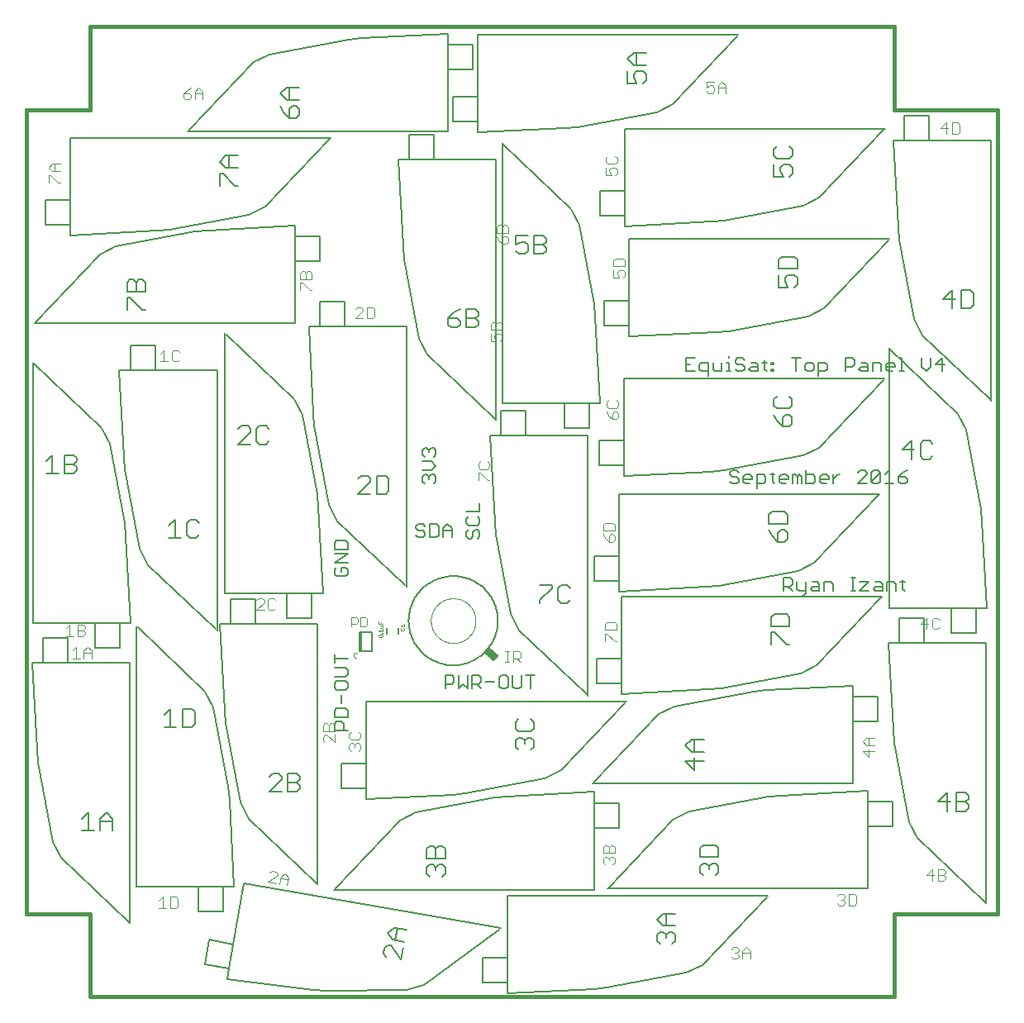
<source format=gto>
G75*
%MOIN*%
%OFA0B0*%
%FSLAX25Y25*%
%IPPOS*%
%LPD*%
%AMOC8*
5,1,8,0,0,1.08239X$1,22.5*
%
%ADD10C,0.01600*%
%ADD11C,0.00500*%
%ADD12C,0.00600*%
%ADD13C,0.00400*%
%ADD14C,0.00000*%
%ADD15C,0.00300*%
%ADD16C,0.00197*%
%ADD17C,0.00100*%
D10*
X0088414Y0066761D02*
X0412824Y0066761D01*
X0412824Y0100225D01*
X0454556Y0100225D01*
X0454556Y0424635D01*
X0412824Y0424635D01*
X0412824Y0458099D01*
X0088414Y0458099D01*
X0088414Y0424635D01*
X0062824Y0424635D01*
X0062824Y0100225D01*
X0088414Y0100225D01*
X0088414Y0066761D01*
D11*
X0104674Y0096367D02*
X0104674Y0201367D01*
X0079674Y0201367D01*
X0079674Y0211367D01*
X0069674Y0211367D01*
X0069674Y0201367D01*
X0079674Y0201367D01*
X0069674Y0201367D02*
X0065304Y0201367D01*
X0067174Y0166367D01*
X0067574Y0161267D01*
X0073574Y0129267D01*
X0076874Y0122767D01*
X0104174Y0096867D01*
X0107194Y0111288D02*
X0107194Y0216288D01*
X0107694Y0215788D02*
X0134994Y0189888D01*
X0138294Y0183388D01*
X0144294Y0151388D01*
X0144694Y0146288D01*
X0146564Y0111288D01*
X0142194Y0111288D01*
X0142194Y0101288D01*
X0132194Y0101288D01*
X0132194Y0111288D01*
X0107194Y0111288D01*
X0132194Y0111288D02*
X0142194Y0111288D01*
X0150658Y0112548D02*
X0254063Y0094315D01*
X0253484Y0093909D02*
X0223237Y0071522D01*
X0216262Y0069400D01*
X0183707Y0069048D01*
X0178615Y0069540D01*
X0143822Y0073776D01*
X0144581Y0078080D01*
X0134732Y0079816D01*
X0136469Y0089664D01*
X0146317Y0087928D01*
X0150658Y0112548D01*
X0146317Y0087928D02*
X0144581Y0078080D01*
X0179765Y0112615D02*
X0152465Y0138515D01*
X0149165Y0145015D01*
X0143165Y0177015D01*
X0142765Y0182115D01*
X0140894Y0217115D01*
X0145265Y0217115D01*
X0145265Y0227115D01*
X0155265Y0227115D01*
X0155265Y0217115D01*
X0180265Y0217115D01*
X0180265Y0112115D01*
X0186997Y0109950D02*
X0291997Y0109950D01*
X0291997Y0134950D01*
X0301997Y0134950D01*
X0301997Y0144950D01*
X0291997Y0144950D01*
X0291997Y0134950D01*
X0291997Y0144950D02*
X0291997Y0149320D01*
X0256997Y0147450D01*
X0251897Y0147050D01*
X0219897Y0141050D01*
X0213397Y0137750D01*
X0187497Y0110450D01*
X0199792Y0146406D02*
X0234792Y0148276D01*
X0239892Y0148676D01*
X0271892Y0154676D01*
X0278392Y0157976D01*
X0304292Y0185276D01*
X0304792Y0185776D02*
X0199792Y0185776D01*
X0199792Y0160776D01*
X0189792Y0160776D01*
X0189792Y0150776D01*
X0199792Y0150776D01*
X0199792Y0160776D01*
X0199792Y0150776D02*
X0199792Y0146406D01*
X0192495Y0174148D02*
X0187085Y0174148D01*
X0187085Y0176853D01*
X0187986Y0177755D01*
X0189790Y0177755D01*
X0190692Y0176853D01*
X0190692Y0174148D01*
X0192495Y0179586D02*
X0187085Y0179586D01*
X0187085Y0182291D01*
X0187986Y0183193D01*
X0191593Y0183193D01*
X0192495Y0182291D01*
X0192495Y0179586D01*
X0189790Y0185024D02*
X0189790Y0188630D01*
X0191593Y0190461D02*
X0187986Y0190461D01*
X0187085Y0191363D01*
X0187085Y0193166D01*
X0187986Y0194068D01*
X0191593Y0194068D01*
X0192495Y0193166D01*
X0192495Y0191363D01*
X0191593Y0190461D01*
X0191593Y0195899D02*
X0187085Y0195899D01*
X0187085Y0199506D02*
X0191593Y0199506D01*
X0192495Y0198604D01*
X0192495Y0196801D01*
X0191593Y0195899D01*
X0187085Y0201337D02*
X0187085Y0204943D01*
X0187085Y0203140D02*
X0192495Y0203140D01*
X0197076Y0206052D02*
X0197076Y0213926D01*
X0197863Y0213926D01*
X0197863Y0206052D01*
X0197076Y0206052D01*
X0197863Y0206052D02*
X0202194Y0206052D01*
X0202194Y0213926D01*
X0197863Y0213926D01*
X0178020Y0219320D02*
X0178020Y0229320D01*
X0168020Y0229320D01*
X0168020Y0219320D01*
X0178020Y0219320D01*
X0178020Y0229320D02*
X0182391Y0229320D01*
X0180520Y0264320D01*
X0180120Y0269420D01*
X0174120Y0301420D01*
X0170820Y0307920D01*
X0143520Y0333820D01*
X0143020Y0334320D02*
X0143020Y0229320D01*
X0168020Y0229320D01*
X0155265Y0217115D02*
X0145265Y0217115D01*
X0139713Y0214477D02*
X0139713Y0319477D01*
X0114713Y0319477D01*
X0114713Y0329477D01*
X0104713Y0329477D01*
X0104713Y0319477D01*
X0114713Y0319477D01*
X0104713Y0319477D02*
X0100343Y0319477D01*
X0102213Y0284477D01*
X0102613Y0279377D01*
X0108613Y0247377D01*
X0111913Y0240877D01*
X0139213Y0214977D01*
X0104831Y0217587D02*
X0102961Y0252587D01*
X0102561Y0257687D01*
X0096561Y0289687D01*
X0093261Y0296187D01*
X0065961Y0322087D01*
X0065461Y0322587D02*
X0065461Y0217587D01*
X0090461Y0217587D01*
X0090461Y0207587D01*
X0100461Y0207587D01*
X0100461Y0217587D01*
X0090461Y0217587D01*
X0100461Y0217587D02*
X0104831Y0217587D01*
X0188291Y0258594D02*
X0184991Y0265094D01*
X0178991Y0297094D01*
X0178591Y0302194D01*
X0176721Y0337194D01*
X0181091Y0337194D01*
X0181091Y0347194D01*
X0191091Y0347194D01*
X0191091Y0337194D01*
X0216091Y0337194D01*
X0216091Y0232194D01*
X0215591Y0232694D02*
X0188291Y0258594D01*
X0187986Y0250784D02*
X0187085Y0249882D01*
X0187085Y0247177D01*
X0192495Y0247177D01*
X0192495Y0249882D01*
X0191593Y0250784D01*
X0187986Y0250784D01*
X0187085Y0245346D02*
X0192495Y0245346D01*
X0187085Y0241740D01*
X0192495Y0241740D01*
X0191593Y0239909D02*
X0189790Y0239909D01*
X0189790Y0238105D01*
X0191593Y0236302D02*
X0187986Y0236302D01*
X0187085Y0237204D01*
X0187085Y0239007D01*
X0187986Y0239909D01*
X0191593Y0239909D02*
X0192495Y0239007D01*
X0192495Y0237204D01*
X0191593Y0236302D01*
X0219989Y0252952D02*
X0220891Y0252050D01*
X0222694Y0252050D01*
X0223596Y0252952D01*
X0223596Y0253853D01*
X0222694Y0254755D01*
X0220891Y0254755D01*
X0219989Y0255657D01*
X0219989Y0256558D01*
X0220891Y0257460D01*
X0222694Y0257460D01*
X0223596Y0256558D01*
X0225427Y0257460D02*
X0225427Y0252050D01*
X0228132Y0252050D01*
X0229033Y0252952D01*
X0229033Y0256558D01*
X0228132Y0257460D01*
X0225427Y0257460D01*
X0230864Y0255657D02*
X0230864Y0252050D01*
X0230864Y0254755D02*
X0234471Y0254755D01*
X0234471Y0255657D02*
X0234471Y0252050D01*
X0234471Y0255657D02*
X0232668Y0257460D01*
X0230864Y0255657D01*
X0240234Y0254190D02*
X0240234Y0252387D01*
X0241136Y0251485D01*
X0242038Y0251485D01*
X0242939Y0252387D01*
X0242939Y0254190D01*
X0243841Y0255092D01*
X0244743Y0255092D01*
X0245644Y0254190D01*
X0245644Y0252387D01*
X0244743Y0251485D01*
X0241136Y0255092D02*
X0240234Y0254190D01*
X0241136Y0256923D02*
X0240234Y0257824D01*
X0240234Y0259628D01*
X0241136Y0260529D01*
X0240234Y0262360D02*
X0245644Y0262360D01*
X0245644Y0265967D01*
X0244743Y0260529D02*
X0245644Y0259628D01*
X0245644Y0257824D01*
X0244743Y0256923D01*
X0241136Y0256923D01*
X0251702Y0258139D02*
X0252102Y0253039D01*
X0258102Y0221039D01*
X0261402Y0214539D01*
X0288702Y0188639D01*
X0289202Y0188139D02*
X0289202Y0293139D01*
X0264202Y0293139D01*
X0264202Y0303139D01*
X0254202Y0303139D01*
X0254202Y0293139D01*
X0264202Y0293139D01*
X0254202Y0293139D02*
X0249831Y0293139D01*
X0251702Y0258139D01*
X0227928Y0274605D02*
X0227928Y0276409D01*
X0227026Y0277310D01*
X0226125Y0277310D01*
X0225223Y0276409D01*
X0225223Y0275507D01*
X0225223Y0276409D02*
X0224321Y0277310D01*
X0223420Y0277310D01*
X0222518Y0276409D01*
X0222518Y0274605D01*
X0223420Y0273704D01*
X0227026Y0273704D02*
X0227928Y0274605D01*
X0226125Y0279141D02*
X0222518Y0279141D01*
X0226125Y0279141D02*
X0227928Y0280945D01*
X0226125Y0282748D01*
X0222518Y0282748D01*
X0223420Y0284579D02*
X0222518Y0285481D01*
X0222518Y0287284D01*
X0223420Y0288186D01*
X0224321Y0288186D01*
X0225223Y0287284D01*
X0226125Y0288186D01*
X0227026Y0288186D01*
X0227928Y0287284D01*
X0227928Y0285481D01*
X0227026Y0284579D01*
X0225223Y0286382D02*
X0225223Y0287284D01*
X0251812Y0299859D02*
X0224512Y0325759D01*
X0221212Y0332259D01*
X0215212Y0364259D01*
X0214812Y0369359D01*
X0212942Y0404359D01*
X0217312Y0404359D01*
X0217312Y0414359D01*
X0227312Y0414359D01*
X0227312Y0404359D01*
X0252312Y0404359D01*
X0252312Y0299359D01*
X0254831Y0306013D02*
X0254831Y0411013D01*
X0255331Y0410513D02*
X0282631Y0384613D01*
X0285931Y0378113D01*
X0291931Y0346113D01*
X0292331Y0341013D01*
X0294202Y0306013D01*
X0289831Y0306013D01*
X0289831Y0296013D01*
X0279831Y0296013D01*
X0279831Y0306013D01*
X0254831Y0306013D01*
X0279831Y0306013D02*
X0289831Y0306013D01*
X0293965Y0291091D02*
X0293965Y0281091D01*
X0303965Y0281091D01*
X0303965Y0291091D01*
X0293965Y0291091D01*
X0303965Y0291091D02*
X0303965Y0316091D01*
X0408965Y0316091D01*
X0408465Y0315591D02*
X0382565Y0288291D01*
X0376065Y0284991D01*
X0344065Y0278991D01*
X0338965Y0278591D01*
X0303965Y0276721D01*
X0303965Y0281091D01*
X0301997Y0269635D02*
X0406997Y0269635D01*
X0406497Y0269135D02*
X0380597Y0241835D01*
X0374097Y0238535D01*
X0342097Y0232535D01*
X0336997Y0232135D01*
X0301997Y0230265D01*
X0301997Y0234635D01*
X0291997Y0234635D01*
X0291997Y0244635D01*
X0301997Y0244635D01*
X0301997Y0269635D01*
X0301997Y0244635D02*
X0301997Y0234635D01*
X0302981Y0228178D02*
X0407981Y0228178D01*
X0407481Y0227678D02*
X0381581Y0200378D01*
X0375081Y0197078D01*
X0343081Y0191078D01*
X0337981Y0190678D01*
X0302981Y0188808D01*
X0302981Y0193178D01*
X0292981Y0193178D01*
X0292981Y0203178D01*
X0302981Y0203178D01*
X0302981Y0228178D01*
X0302981Y0203178D02*
X0302981Y0193178D01*
X0317728Y0180663D02*
X0291828Y0153363D01*
X0291328Y0152863D02*
X0396328Y0152863D01*
X0396328Y0177863D01*
X0406328Y0177863D01*
X0406328Y0187863D01*
X0396328Y0187863D01*
X0396328Y0177863D01*
X0396328Y0187863D02*
X0396328Y0192233D01*
X0361328Y0190363D01*
X0356228Y0189963D01*
X0324228Y0183963D01*
X0317728Y0180663D01*
X0330133Y0141443D02*
X0323633Y0138143D01*
X0297733Y0110843D01*
X0297233Y0110343D02*
X0402233Y0110343D01*
X0402233Y0135343D01*
X0412233Y0135343D01*
X0412233Y0145343D01*
X0402233Y0145343D01*
X0402233Y0135343D01*
X0402233Y0145343D02*
X0402233Y0149713D01*
X0367233Y0147843D01*
X0362133Y0147443D01*
X0330133Y0141443D01*
X0361879Y0107430D02*
X0256879Y0107430D01*
X0256879Y0082430D01*
X0246879Y0082430D01*
X0246879Y0072430D01*
X0256879Y0072430D01*
X0256879Y0082430D01*
X0256879Y0072430D02*
X0256879Y0068060D01*
X0291879Y0069930D01*
X0296979Y0070330D01*
X0328979Y0076330D01*
X0335479Y0079630D01*
X0361379Y0106930D01*
X0418850Y0137220D02*
X0422150Y0130720D01*
X0449450Y0104820D01*
X0449950Y0104320D02*
X0449950Y0209320D01*
X0424950Y0209320D01*
X0424950Y0219320D01*
X0414950Y0219320D01*
X0414950Y0209320D01*
X0424950Y0209320D01*
X0414950Y0209320D02*
X0410580Y0209320D01*
X0412450Y0174320D01*
X0412850Y0169220D01*
X0418850Y0137220D01*
X0435737Y0213335D02*
X0445737Y0213335D01*
X0445737Y0223335D01*
X0435737Y0223335D01*
X0435737Y0213335D01*
X0435737Y0223335D02*
X0410737Y0223335D01*
X0410737Y0328335D01*
X0411237Y0327835D02*
X0438537Y0301935D01*
X0441837Y0295435D01*
X0447837Y0263435D01*
X0448237Y0258335D01*
X0450107Y0223335D01*
X0445737Y0223335D01*
X0417122Y0230396D02*
X0416220Y0231298D01*
X0416220Y0234905D01*
X0415319Y0234003D02*
X0417122Y0234003D01*
X0413488Y0233102D02*
X0413488Y0230396D01*
X0413488Y0233102D02*
X0412586Y0234003D01*
X0409881Y0234003D01*
X0409881Y0230396D01*
X0408050Y0230396D02*
X0405345Y0230396D01*
X0404443Y0231298D01*
X0405345Y0232200D01*
X0408050Y0232200D01*
X0408050Y0233102D02*
X0408050Y0230396D01*
X0408050Y0233102D02*
X0407148Y0234003D01*
X0405345Y0234003D01*
X0402612Y0234003D02*
X0399005Y0230396D01*
X0402612Y0230396D01*
X0402612Y0234003D02*
X0399005Y0234003D01*
X0397184Y0235807D02*
X0395380Y0235807D01*
X0396282Y0235807D02*
X0396282Y0230396D01*
X0395380Y0230396D02*
X0397184Y0230396D01*
X0388112Y0230396D02*
X0388112Y0233102D01*
X0387210Y0234003D01*
X0384505Y0234003D01*
X0384505Y0230396D01*
X0382674Y0230396D02*
X0379969Y0230396D01*
X0379067Y0231298D01*
X0379969Y0232200D01*
X0382674Y0232200D01*
X0382674Y0233102D02*
X0382674Y0230396D01*
X0382674Y0233102D02*
X0381772Y0234003D01*
X0379969Y0234003D01*
X0377236Y0234003D02*
X0377236Y0229495D01*
X0376334Y0228593D01*
X0375433Y0228593D01*
X0374531Y0230396D02*
X0377236Y0230396D01*
X0374531Y0230396D02*
X0373629Y0231298D01*
X0373629Y0234003D01*
X0371798Y0233102D02*
X0370897Y0232200D01*
X0368192Y0232200D01*
X0369995Y0232200D02*
X0371798Y0230396D01*
X0371798Y0233102D02*
X0371798Y0234905D01*
X0370897Y0235807D01*
X0368192Y0235807D01*
X0368192Y0230396D01*
X0357414Y0271900D02*
X0357414Y0277310D01*
X0360119Y0277310D01*
X0361020Y0276409D01*
X0361020Y0274605D01*
X0360119Y0273704D01*
X0357414Y0273704D01*
X0355583Y0275507D02*
X0351976Y0275507D01*
X0351976Y0276409D02*
X0352878Y0277310D01*
X0354681Y0277310D01*
X0355583Y0276409D01*
X0355583Y0275507D01*
X0354681Y0273704D02*
X0352878Y0273704D01*
X0351976Y0274605D01*
X0351976Y0276409D01*
X0350145Y0275507D02*
X0350145Y0274605D01*
X0349243Y0273704D01*
X0347440Y0273704D01*
X0346538Y0274605D01*
X0347440Y0276409D02*
X0349243Y0276409D01*
X0350145Y0275507D01*
X0350145Y0278212D02*
X0349243Y0279114D01*
X0347440Y0279114D01*
X0346538Y0278212D01*
X0346538Y0277310D01*
X0347440Y0276409D01*
X0362851Y0277310D02*
X0364655Y0277310D01*
X0363753Y0278212D02*
X0363753Y0274605D01*
X0364655Y0273704D01*
X0366476Y0274605D02*
X0366476Y0276409D01*
X0367378Y0277310D01*
X0369182Y0277310D01*
X0370083Y0276409D01*
X0370083Y0275507D01*
X0366476Y0275507D01*
X0366476Y0274605D02*
X0367378Y0273704D01*
X0369182Y0273704D01*
X0371914Y0273704D02*
X0371914Y0277310D01*
X0372816Y0277310D01*
X0373718Y0276409D01*
X0374619Y0277310D01*
X0375521Y0276409D01*
X0375521Y0273704D01*
X0373718Y0273704D02*
X0373718Y0276409D01*
X0377352Y0277310D02*
X0380057Y0277310D01*
X0380959Y0276409D01*
X0380959Y0274605D01*
X0380057Y0273704D01*
X0377352Y0273704D01*
X0377352Y0279114D01*
X0382790Y0276409D02*
X0382790Y0274605D01*
X0383691Y0273704D01*
X0385495Y0273704D01*
X0386396Y0275507D02*
X0382790Y0275507D01*
X0382790Y0276409D02*
X0383691Y0277310D01*
X0385495Y0277310D01*
X0386396Y0276409D01*
X0386396Y0275507D01*
X0388227Y0275507D02*
X0390031Y0277310D01*
X0390932Y0277310D01*
X0388227Y0277310D02*
X0388227Y0273704D01*
X0398196Y0273704D02*
X0401803Y0277310D01*
X0401803Y0278212D01*
X0400901Y0279114D01*
X0399098Y0279114D01*
X0398196Y0278212D01*
X0398196Y0273704D02*
X0401803Y0273704D01*
X0403634Y0274605D02*
X0407241Y0278212D01*
X0407241Y0274605D01*
X0406339Y0273704D01*
X0404536Y0273704D01*
X0403634Y0274605D01*
X0403634Y0278212D01*
X0404536Y0279114D01*
X0406339Y0279114D01*
X0407241Y0278212D01*
X0409072Y0277310D02*
X0410875Y0279114D01*
X0410875Y0273704D01*
X0409072Y0273704D02*
X0412679Y0273704D01*
X0414510Y0274605D02*
X0415411Y0273704D01*
X0417215Y0273704D01*
X0418116Y0274605D01*
X0418116Y0275507D01*
X0417215Y0276409D01*
X0414510Y0276409D01*
X0414510Y0274605D01*
X0414510Y0276409D02*
X0416313Y0278212D01*
X0418116Y0279114D01*
X0451418Y0307654D02*
X0424118Y0333554D01*
X0420818Y0340054D01*
X0414818Y0372054D01*
X0414418Y0377154D01*
X0412548Y0412154D01*
X0416918Y0412154D01*
X0416918Y0422154D01*
X0426918Y0422154D01*
X0426918Y0412154D01*
X0451918Y0412154D01*
X0451918Y0307154D01*
X0432124Y0318979D02*
X0432124Y0324389D01*
X0429419Y0321684D01*
X0433026Y0321684D01*
X0427588Y0320783D02*
X0427588Y0324389D01*
X0423982Y0324389D02*
X0423982Y0320783D01*
X0425785Y0318979D01*
X0427588Y0320783D01*
X0416722Y0318979D02*
X0414919Y0318979D01*
X0415820Y0318979D02*
X0415820Y0324389D01*
X0414919Y0324389D01*
X0413088Y0321684D02*
X0413088Y0320783D01*
X0409481Y0320783D01*
X0409481Y0321684D02*
X0409481Y0319881D01*
X0410383Y0318979D01*
X0412186Y0318979D01*
X0413088Y0321684D02*
X0412186Y0322586D01*
X0410383Y0322586D01*
X0409481Y0321684D01*
X0407650Y0321684D02*
X0407650Y0318979D01*
X0407650Y0321684D02*
X0406748Y0322586D01*
X0404043Y0322586D01*
X0404043Y0318979D01*
X0402212Y0318979D02*
X0402212Y0321684D01*
X0401311Y0322586D01*
X0399507Y0322586D01*
X0399507Y0320783D02*
X0402212Y0320783D01*
X0402212Y0318979D02*
X0399507Y0318979D01*
X0398606Y0319881D01*
X0399507Y0320783D01*
X0396775Y0321684D02*
X0395873Y0320783D01*
X0393168Y0320783D01*
X0393168Y0318979D02*
X0393168Y0324389D01*
X0395873Y0324389D01*
X0396775Y0323488D01*
X0396775Y0321684D01*
X0385899Y0321684D02*
X0385899Y0319881D01*
X0384998Y0318979D01*
X0382292Y0318979D01*
X0382292Y0317176D02*
X0382292Y0322586D01*
X0384998Y0322586D01*
X0385899Y0321684D01*
X0380461Y0321684D02*
X0380461Y0319881D01*
X0379560Y0318979D01*
X0377756Y0318979D01*
X0376855Y0319881D01*
X0376855Y0321684D01*
X0377756Y0322586D01*
X0379560Y0322586D01*
X0380461Y0321684D01*
X0375024Y0324389D02*
X0371417Y0324389D01*
X0373220Y0324389D02*
X0373220Y0318979D01*
X0364162Y0318979D02*
X0363260Y0318979D01*
X0363260Y0319881D01*
X0364162Y0319881D01*
X0364162Y0318979D01*
X0364162Y0321684D02*
X0363260Y0321684D01*
X0363260Y0322586D01*
X0364162Y0322586D01*
X0364162Y0321684D01*
X0361439Y0322586D02*
X0359635Y0322586D01*
X0360537Y0323488D02*
X0360537Y0319881D01*
X0361439Y0318979D01*
X0357804Y0318979D02*
X0357804Y0321684D01*
X0356903Y0322586D01*
X0355099Y0322586D01*
X0355099Y0320783D02*
X0357804Y0320783D01*
X0357804Y0318979D02*
X0355099Y0318979D01*
X0354198Y0319881D01*
X0355099Y0320783D01*
X0352367Y0320783D02*
X0351465Y0321684D01*
X0349662Y0321684D01*
X0348760Y0322586D01*
X0348760Y0323488D01*
X0349662Y0324389D01*
X0351465Y0324389D01*
X0352367Y0323488D01*
X0352367Y0320783D02*
X0352367Y0319881D01*
X0351465Y0318979D01*
X0349662Y0318979D01*
X0348760Y0319881D01*
X0346938Y0318979D02*
X0345135Y0318979D01*
X0346036Y0318979D02*
X0346036Y0322586D01*
X0345135Y0322586D01*
X0343304Y0322586D02*
X0343304Y0318979D01*
X0340599Y0318979D01*
X0339697Y0319881D01*
X0339697Y0322586D01*
X0337866Y0322586D02*
X0335161Y0322586D01*
X0334259Y0321684D01*
X0334259Y0319881D01*
X0335161Y0318979D01*
X0337866Y0318979D01*
X0337866Y0317176D02*
X0337866Y0322586D01*
X0332428Y0324389D02*
X0328822Y0324389D01*
X0328822Y0318979D01*
X0332428Y0318979D01*
X0330625Y0321684D02*
X0328822Y0321684D01*
X0341013Y0334891D02*
X0346113Y0335291D01*
X0378113Y0341291D01*
X0384613Y0344591D01*
X0410513Y0371891D01*
X0411013Y0372391D02*
X0306013Y0372391D01*
X0306013Y0347391D01*
X0296013Y0347391D01*
X0296013Y0337391D01*
X0306013Y0337391D01*
X0306013Y0347391D01*
X0306013Y0337391D02*
X0306013Y0333020D01*
X0341013Y0334891D01*
X0346036Y0325291D02*
X0346036Y0324389D01*
X0344144Y0379779D02*
X0339044Y0379379D01*
X0304044Y0377509D01*
X0304044Y0381879D01*
X0294044Y0381879D01*
X0294044Y0391879D01*
X0304044Y0391879D01*
X0304044Y0416879D01*
X0409044Y0416879D01*
X0408544Y0416379D02*
X0382644Y0389079D01*
X0376144Y0385779D01*
X0344144Y0379779D01*
X0304044Y0381879D02*
X0304044Y0391879D01*
X0285089Y0417574D02*
X0279989Y0417174D01*
X0244989Y0415304D01*
X0244989Y0419674D01*
X0234989Y0419674D01*
X0234989Y0429674D01*
X0244989Y0429674D01*
X0244989Y0454674D01*
X0349989Y0454674D01*
X0349489Y0454174D02*
X0323589Y0426874D01*
X0317089Y0423574D01*
X0285089Y0417574D01*
X0244989Y0419674D02*
X0244989Y0429674D01*
X0243020Y0440855D02*
X0233020Y0440855D01*
X0233020Y0415855D01*
X0128020Y0415855D01*
X0128520Y0416355D02*
X0154420Y0443655D01*
X0160920Y0446955D01*
X0192920Y0452955D01*
X0198020Y0453355D01*
X0233020Y0455225D01*
X0233020Y0450855D01*
X0243020Y0450855D01*
X0243020Y0440855D01*
X0233020Y0440855D02*
X0233020Y0450855D01*
X0185540Y0413217D02*
X0080540Y0413217D01*
X0080540Y0388217D01*
X0070540Y0388217D01*
X0070540Y0378217D01*
X0080540Y0378217D01*
X0080540Y0388217D01*
X0080540Y0378217D02*
X0080540Y0373847D01*
X0115540Y0375717D01*
X0120640Y0376117D01*
X0152640Y0382117D01*
X0159140Y0385417D01*
X0185040Y0412717D01*
X0217312Y0404359D02*
X0227312Y0404359D01*
X0181091Y0373414D02*
X0181091Y0363414D01*
X0171091Y0363414D01*
X0171091Y0338414D01*
X0066091Y0338414D01*
X0066591Y0338914D02*
X0092491Y0366214D01*
X0098991Y0369514D01*
X0130991Y0375514D01*
X0136091Y0375914D01*
X0171091Y0377784D01*
X0171091Y0373414D01*
X0181091Y0373414D01*
X0171091Y0373414D02*
X0171091Y0363414D01*
X0181091Y0337194D02*
X0191091Y0337194D01*
X0217013Y0218414D02*
X0217018Y0218855D01*
X0217035Y0219296D01*
X0217062Y0219736D01*
X0217100Y0220176D01*
X0217148Y0220614D01*
X0217208Y0221052D01*
X0217278Y0221487D01*
X0217358Y0221921D01*
X0217450Y0222353D01*
X0217552Y0222782D01*
X0217664Y0223208D01*
X0217787Y0223632D01*
X0217920Y0224053D01*
X0218064Y0224470D01*
X0218218Y0224883D01*
X0218381Y0225293D01*
X0218555Y0225699D01*
X0218739Y0226100D01*
X0218932Y0226496D01*
X0219136Y0226888D01*
X0219348Y0227274D01*
X0219570Y0227656D01*
X0219802Y0228031D01*
X0220043Y0228401D01*
X0220292Y0228765D01*
X0220551Y0229122D01*
X0220818Y0229473D01*
X0221093Y0229818D01*
X0221377Y0230155D01*
X0221670Y0230486D01*
X0221970Y0230809D01*
X0222278Y0231125D01*
X0222594Y0231433D01*
X0222917Y0231733D01*
X0223248Y0232026D01*
X0223585Y0232310D01*
X0223930Y0232585D01*
X0224281Y0232852D01*
X0224638Y0233111D01*
X0225002Y0233360D01*
X0225372Y0233601D01*
X0225747Y0233833D01*
X0226129Y0234055D01*
X0226515Y0234267D01*
X0226907Y0234471D01*
X0227303Y0234664D01*
X0227704Y0234848D01*
X0228110Y0235022D01*
X0228520Y0235185D01*
X0228933Y0235339D01*
X0229350Y0235483D01*
X0229771Y0235616D01*
X0230195Y0235739D01*
X0230621Y0235851D01*
X0231050Y0235953D01*
X0231482Y0236045D01*
X0231916Y0236125D01*
X0232351Y0236195D01*
X0232789Y0236255D01*
X0233227Y0236303D01*
X0233667Y0236341D01*
X0234107Y0236368D01*
X0234548Y0236385D01*
X0234989Y0236390D01*
X0235430Y0236385D01*
X0235871Y0236368D01*
X0236311Y0236341D01*
X0236751Y0236303D01*
X0237189Y0236255D01*
X0237627Y0236195D01*
X0238062Y0236125D01*
X0238496Y0236045D01*
X0238928Y0235953D01*
X0239357Y0235851D01*
X0239783Y0235739D01*
X0240207Y0235616D01*
X0240628Y0235483D01*
X0241045Y0235339D01*
X0241458Y0235185D01*
X0241868Y0235022D01*
X0242274Y0234848D01*
X0242675Y0234664D01*
X0243071Y0234471D01*
X0243463Y0234267D01*
X0243849Y0234055D01*
X0244231Y0233833D01*
X0244606Y0233601D01*
X0244976Y0233360D01*
X0245340Y0233111D01*
X0245697Y0232852D01*
X0246048Y0232585D01*
X0246393Y0232310D01*
X0246730Y0232026D01*
X0247061Y0231733D01*
X0247384Y0231433D01*
X0247700Y0231125D01*
X0248008Y0230809D01*
X0248308Y0230486D01*
X0248601Y0230155D01*
X0248885Y0229818D01*
X0249160Y0229473D01*
X0249427Y0229122D01*
X0249686Y0228765D01*
X0249935Y0228401D01*
X0250176Y0228031D01*
X0250408Y0227656D01*
X0250630Y0227274D01*
X0250842Y0226888D01*
X0251046Y0226496D01*
X0251239Y0226100D01*
X0251423Y0225699D01*
X0251597Y0225293D01*
X0251760Y0224883D01*
X0251914Y0224470D01*
X0252058Y0224053D01*
X0252191Y0223632D01*
X0252314Y0223208D01*
X0252426Y0222782D01*
X0252528Y0222353D01*
X0252620Y0221921D01*
X0252700Y0221487D01*
X0252770Y0221052D01*
X0252830Y0220614D01*
X0252878Y0220176D01*
X0252916Y0219736D01*
X0252943Y0219296D01*
X0252960Y0218855D01*
X0252965Y0218414D01*
X0252960Y0217973D01*
X0252943Y0217532D01*
X0252916Y0217092D01*
X0252878Y0216652D01*
X0252830Y0216214D01*
X0252770Y0215776D01*
X0252700Y0215341D01*
X0252620Y0214907D01*
X0252528Y0214475D01*
X0252426Y0214046D01*
X0252314Y0213620D01*
X0252191Y0213196D01*
X0252058Y0212775D01*
X0251914Y0212358D01*
X0251760Y0211945D01*
X0251597Y0211535D01*
X0251423Y0211129D01*
X0251239Y0210728D01*
X0251046Y0210332D01*
X0250842Y0209940D01*
X0250630Y0209554D01*
X0250408Y0209172D01*
X0250176Y0208797D01*
X0249935Y0208427D01*
X0249686Y0208063D01*
X0249427Y0207706D01*
X0249160Y0207355D01*
X0248885Y0207010D01*
X0248601Y0206673D01*
X0248308Y0206342D01*
X0248008Y0206019D01*
X0247700Y0205703D01*
X0247384Y0205395D01*
X0247061Y0205095D01*
X0246730Y0204802D01*
X0246393Y0204518D01*
X0246048Y0204243D01*
X0245697Y0203976D01*
X0245340Y0203717D01*
X0244976Y0203468D01*
X0244606Y0203227D01*
X0244231Y0202995D01*
X0243849Y0202773D01*
X0243463Y0202561D01*
X0243071Y0202357D01*
X0242675Y0202164D01*
X0242274Y0201980D01*
X0241868Y0201806D01*
X0241458Y0201643D01*
X0241045Y0201489D01*
X0240628Y0201345D01*
X0240207Y0201212D01*
X0239783Y0201089D01*
X0239357Y0200977D01*
X0238928Y0200875D01*
X0238496Y0200783D01*
X0238062Y0200703D01*
X0237627Y0200633D01*
X0237189Y0200573D01*
X0236751Y0200525D01*
X0236311Y0200487D01*
X0235871Y0200460D01*
X0235430Y0200443D01*
X0234989Y0200438D01*
X0234548Y0200443D01*
X0234107Y0200460D01*
X0233667Y0200487D01*
X0233227Y0200525D01*
X0232789Y0200573D01*
X0232351Y0200633D01*
X0231916Y0200703D01*
X0231482Y0200783D01*
X0231050Y0200875D01*
X0230621Y0200977D01*
X0230195Y0201089D01*
X0229771Y0201212D01*
X0229350Y0201345D01*
X0228933Y0201489D01*
X0228520Y0201643D01*
X0228110Y0201806D01*
X0227704Y0201980D01*
X0227303Y0202164D01*
X0226907Y0202357D01*
X0226515Y0202561D01*
X0226129Y0202773D01*
X0225747Y0202995D01*
X0225372Y0203227D01*
X0225002Y0203468D01*
X0224638Y0203717D01*
X0224281Y0203976D01*
X0223930Y0204243D01*
X0223585Y0204518D01*
X0223248Y0204802D01*
X0222917Y0205095D01*
X0222594Y0205395D01*
X0222278Y0205703D01*
X0221970Y0206019D01*
X0221670Y0206342D01*
X0221377Y0206673D01*
X0221093Y0207010D01*
X0220818Y0207355D01*
X0220551Y0207706D01*
X0220292Y0208063D01*
X0220043Y0208427D01*
X0219802Y0208797D01*
X0219570Y0209172D01*
X0219348Y0209554D01*
X0219136Y0209940D01*
X0218932Y0210332D01*
X0218739Y0210728D01*
X0218555Y0211129D01*
X0218381Y0211535D01*
X0218218Y0211945D01*
X0218064Y0212358D01*
X0217920Y0212775D01*
X0217787Y0213196D01*
X0217664Y0213620D01*
X0217552Y0214046D01*
X0217450Y0214475D01*
X0217358Y0214907D01*
X0217278Y0215341D01*
X0217208Y0215776D01*
X0217148Y0216214D01*
X0217100Y0216652D01*
X0217062Y0217092D01*
X0217035Y0217532D01*
X0217018Y0217973D01*
X0217013Y0218414D01*
X0231703Y0196437D02*
X0234408Y0196437D01*
X0235309Y0195535D01*
X0235309Y0193731D01*
X0234408Y0192830D01*
X0231703Y0192830D01*
X0231703Y0191026D02*
X0231703Y0196437D01*
X0237140Y0196437D02*
X0237140Y0191026D01*
X0238944Y0192830D01*
X0240747Y0191026D01*
X0240747Y0196437D01*
X0242578Y0196437D02*
X0242578Y0191026D01*
X0242578Y0192830D02*
X0245283Y0192830D01*
X0246185Y0193731D01*
X0246185Y0195535D01*
X0245283Y0196437D01*
X0242578Y0196437D01*
X0244381Y0192830D02*
X0246185Y0191026D01*
X0248016Y0193731D02*
X0251622Y0193731D01*
X0253453Y0191928D02*
X0254355Y0191026D01*
X0256158Y0191026D01*
X0257060Y0191928D01*
X0257060Y0195535D01*
X0256158Y0196437D01*
X0254355Y0196437D01*
X0253453Y0195535D01*
X0253453Y0191928D01*
X0258891Y0191928D02*
X0258891Y0196437D01*
X0262498Y0196437D02*
X0262498Y0191928D01*
X0261596Y0191026D01*
X0259793Y0191026D01*
X0258891Y0191928D01*
X0264329Y0196437D02*
X0267936Y0196437D01*
X0266132Y0196437D02*
X0266132Y0191026D01*
X0416918Y0412154D02*
X0426918Y0412154D01*
D12*
X0371744Y0408516D02*
X0371744Y0406047D01*
X0370510Y0404812D01*
X0365572Y0404812D01*
X0364338Y0406047D01*
X0364338Y0408516D01*
X0365572Y0409750D01*
X0370510Y0409750D02*
X0371744Y0408516D01*
X0370510Y0402384D02*
X0368041Y0402384D01*
X0366807Y0401149D01*
X0366807Y0399915D01*
X0368041Y0397446D01*
X0364338Y0397446D01*
X0364338Y0402384D01*
X0370510Y0402384D02*
X0371744Y0401149D01*
X0371744Y0398681D01*
X0370510Y0397446D01*
X0372478Y0365262D02*
X0367541Y0365262D01*
X0366306Y0364027D01*
X0366306Y0360324D01*
X0373713Y0360324D01*
X0373713Y0364027D01*
X0372478Y0365262D01*
X0372478Y0357896D02*
X0370009Y0357896D01*
X0368775Y0356661D01*
X0368775Y0355427D01*
X0370009Y0352958D01*
X0366306Y0352958D01*
X0366306Y0357896D01*
X0372478Y0357896D02*
X0373713Y0356661D01*
X0373713Y0354192D01*
X0372478Y0352958D01*
X0370431Y0308963D02*
X0371665Y0307728D01*
X0371665Y0305259D01*
X0370431Y0304025D01*
X0365493Y0304025D01*
X0364259Y0305259D01*
X0364259Y0307728D01*
X0365493Y0308963D01*
X0364259Y0301596D02*
X0365493Y0299128D01*
X0367962Y0296659D01*
X0367962Y0300362D01*
X0369197Y0301596D01*
X0370431Y0301596D01*
X0371665Y0300362D01*
X0371665Y0297893D01*
X0370431Y0296659D01*
X0367962Y0296659D01*
X0368462Y0262506D02*
X0363525Y0262506D01*
X0362291Y0261272D01*
X0362291Y0257568D01*
X0369697Y0257568D01*
X0369697Y0261272D01*
X0368462Y0262506D01*
X0368462Y0255140D02*
X0367228Y0255140D01*
X0365994Y0253905D01*
X0365994Y0250202D01*
X0368462Y0250202D01*
X0369697Y0251436D01*
X0369697Y0253905D01*
X0368462Y0255140D01*
X0363525Y0252671D02*
X0365994Y0250202D01*
X0363525Y0252671D02*
X0362291Y0255140D01*
X0364509Y0221049D02*
X0363275Y0219815D01*
X0363275Y0216112D01*
X0370681Y0216112D01*
X0370681Y0219815D01*
X0369447Y0221049D01*
X0364509Y0221049D01*
X0364509Y0213683D02*
X0363275Y0213683D01*
X0363275Y0208745D01*
X0364509Y0213683D02*
X0369447Y0208745D01*
X0370681Y0208745D01*
X0336028Y0170467D02*
X0331090Y0170467D01*
X0328621Y0167998D01*
X0331090Y0165529D01*
X0336028Y0165529D01*
X0336028Y0161866D02*
X0328621Y0161866D01*
X0332324Y0158163D01*
X0332324Y0163101D01*
X0332324Y0165529D02*
X0332324Y0170467D01*
X0335761Y0127947D02*
X0334527Y0126713D01*
X0334527Y0123010D01*
X0341933Y0123010D01*
X0341933Y0126713D01*
X0340699Y0127947D01*
X0335761Y0127947D01*
X0335761Y0120581D02*
X0336996Y0120581D01*
X0338230Y0119346D01*
X0339464Y0120581D01*
X0340699Y0120581D01*
X0341933Y0119346D01*
X0341933Y0116878D01*
X0340699Y0115643D01*
X0338230Y0118112D02*
X0338230Y0119346D01*
X0335761Y0120581D02*
X0334527Y0119346D01*
X0334527Y0116878D01*
X0335761Y0115643D01*
X0324579Y0100301D02*
X0319641Y0100301D01*
X0317172Y0097832D01*
X0319641Y0095364D01*
X0324579Y0095364D01*
X0323344Y0092935D02*
X0324579Y0091700D01*
X0324579Y0089232D01*
X0323344Y0087997D01*
X0320876Y0090466D02*
X0320876Y0091700D01*
X0322110Y0092935D01*
X0323344Y0092935D01*
X0320876Y0091700D02*
X0319641Y0092935D01*
X0318407Y0092935D01*
X0317172Y0091700D01*
X0317172Y0089232D01*
X0318407Y0087997D01*
X0320876Y0095364D02*
X0320876Y0100301D01*
X0266258Y0166344D02*
X0267492Y0167578D01*
X0267492Y0170047D01*
X0266258Y0171281D01*
X0265023Y0171281D01*
X0263789Y0170047D01*
X0263789Y0168813D01*
X0263789Y0170047D02*
X0262555Y0171281D01*
X0261320Y0171281D01*
X0260086Y0170047D01*
X0260086Y0167578D01*
X0261320Y0166344D01*
X0261320Y0173710D02*
X0266258Y0173710D01*
X0267492Y0174944D01*
X0267492Y0177413D01*
X0266258Y0178648D01*
X0261320Y0178648D02*
X0260086Y0177413D01*
X0260086Y0174944D01*
X0261320Y0173710D01*
X0230462Y0127553D02*
X0229228Y0127553D01*
X0227994Y0126319D01*
X0227994Y0122616D01*
X0229228Y0120187D02*
X0230462Y0120187D01*
X0231697Y0118953D01*
X0231697Y0116484D01*
X0230462Y0115250D01*
X0227994Y0117718D02*
X0227994Y0118953D01*
X0229228Y0120187D01*
X0227994Y0118953D02*
X0226759Y0120187D01*
X0225525Y0120187D01*
X0224291Y0118953D01*
X0224291Y0116484D01*
X0225525Y0115250D01*
X0224291Y0122616D02*
X0224291Y0126319D01*
X0225525Y0127553D01*
X0226759Y0127553D01*
X0227994Y0126319D01*
X0230462Y0127553D02*
X0231697Y0126319D01*
X0231697Y0122616D01*
X0224291Y0122616D01*
X0216092Y0093772D02*
X0211229Y0094629D01*
X0208369Y0092626D01*
X0210372Y0089766D01*
X0215234Y0088909D01*
X0214813Y0086517D02*
X0213955Y0081655D01*
X0209950Y0087375D01*
X0208735Y0087589D01*
X0207305Y0086588D01*
X0206876Y0084156D01*
X0207877Y0082726D01*
X0211588Y0089552D02*
X0212445Y0094415D01*
X0171901Y0149415D02*
X0168198Y0149415D01*
X0168198Y0156821D01*
X0171901Y0156821D01*
X0173136Y0155587D01*
X0173136Y0154353D01*
X0171901Y0153118D01*
X0168198Y0153118D01*
X0165770Y0154353D02*
X0165770Y0155587D01*
X0164535Y0156821D01*
X0162066Y0156821D01*
X0160832Y0155587D01*
X0165770Y0154353D02*
X0160832Y0149415D01*
X0165770Y0149415D01*
X0171901Y0149415D02*
X0173136Y0150649D01*
X0173136Y0151884D01*
X0171901Y0153118D01*
X0130703Y0176760D02*
X0130703Y0181697D01*
X0129469Y0182932D01*
X0125766Y0182932D01*
X0125766Y0175525D01*
X0129469Y0175525D01*
X0130703Y0176760D01*
X0123337Y0175525D02*
X0118399Y0175525D01*
X0120868Y0175525D02*
X0120868Y0182932D01*
X0118399Y0180463D01*
X0095076Y0141073D02*
X0097545Y0138604D01*
X0097545Y0133667D01*
X0097545Y0137370D02*
X0092608Y0137370D01*
X0092608Y0138604D02*
X0092608Y0133667D01*
X0090179Y0133667D02*
X0085241Y0133667D01*
X0087710Y0133667D02*
X0087710Y0141073D01*
X0085241Y0138604D01*
X0092608Y0138604D02*
X0095076Y0141073D01*
X0208099Y0213217D02*
X0208099Y0215580D01*
X0212824Y0215580D02*
X0212824Y0213217D01*
X0207728Y0269494D02*
X0204025Y0269494D01*
X0204025Y0276900D01*
X0207728Y0276900D01*
X0208963Y0275666D01*
X0208963Y0270728D01*
X0207728Y0269494D01*
X0201596Y0269494D02*
X0196659Y0269494D01*
X0201596Y0274431D01*
X0201596Y0275666D01*
X0200362Y0276900D01*
X0197893Y0276900D01*
X0196659Y0275666D01*
X0160624Y0290854D02*
X0159390Y0289620D01*
X0156921Y0289620D01*
X0155687Y0290854D01*
X0155687Y0295792D01*
X0156921Y0297026D01*
X0159390Y0297026D01*
X0160624Y0295792D01*
X0153258Y0295792D02*
X0153258Y0294557D01*
X0148320Y0289620D01*
X0153258Y0289620D01*
X0153258Y0295792D02*
X0152024Y0297026D01*
X0149555Y0297026D01*
X0148320Y0295792D01*
X0131350Y0259183D02*
X0128881Y0259183D01*
X0127647Y0257949D01*
X0127647Y0253012D01*
X0128881Y0251777D01*
X0131350Y0251777D01*
X0132585Y0253012D01*
X0132585Y0257949D02*
X0131350Y0259183D01*
X0125218Y0251777D02*
X0120281Y0251777D01*
X0122750Y0251777D02*
X0122750Y0259183D01*
X0120281Y0256715D01*
X0083065Y0279122D02*
X0081831Y0277887D01*
X0078128Y0277887D01*
X0078128Y0285294D01*
X0081831Y0285294D01*
X0083065Y0284059D01*
X0083065Y0282825D01*
X0081831Y0281591D01*
X0078128Y0281591D01*
X0081831Y0281591D02*
X0083065Y0280356D01*
X0083065Y0279122D01*
X0075699Y0277887D02*
X0070761Y0277887D01*
X0073230Y0277887D02*
X0073230Y0285294D01*
X0070761Y0282825D01*
X0103385Y0343714D02*
X0103385Y0348652D01*
X0104619Y0348652D01*
X0109557Y0343714D01*
X0110791Y0343714D01*
X0110791Y0351080D02*
X0103385Y0351080D01*
X0103385Y0354784D01*
X0104619Y0356018D01*
X0105854Y0356018D01*
X0107088Y0354784D01*
X0107088Y0351080D01*
X0110791Y0351080D02*
X0110791Y0354784D01*
X0109557Y0356018D01*
X0108323Y0356018D01*
X0107088Y0354784D01*
X0140834Y0393785D02*
X0140834Y0398722D01*
X0142068Y0398722D01*
X0147006Y0393785D01*
X0148240Y0393785D01*
X0148240Y0401151D02*
X0143303Y0401151D01*
X0140834Y0403620D01*
X0143303Y0406089D01*
X0148240Y0406089D01*
X0144537Y0406089D02*
X0144537Y0401151D01*
X0166549Y0423624D02*
X0169017Y0421155D01*
X0169017Y0424858D01*
X0170252Y0426093D01*
X0171486Y0426093D01*
X0172720Y0424858D01*
X0172720Y0422390D01*
X0171486Y0421155D01*
X0169017Y0421155D01*
X0166549Y0423624D02*
X0165314Y0426093D01*
X0167783Y0428521D02*
X0165314Y0430990D01*
X0167783Y0433459D01*
X0172720Y0433459D01*
X0169017Y0433459D02*
X0169017Y0428521D01*
X0167783Y0428521D02*
X0172720Y0428521D01*
X0260131Y0373719D02*
X0260131Y0370016D01*
X0262600Y0371250D01*
X0263835Y0371250D01*
X0265069Y0370016D01*
X0265069Y0367547D01*
X0263835Y0366313D01*
X0261366Y0366313D01*
X0260131Y0367547D01*
X0260131Y0373719D02*
X0265069Y0373719D01*
X0267498Y0373719D02*
X0271201Y0373719D01*
X0272435Y0372485D01*
X0272435Y0371250D01*
X0271201Y0370016D01*
X0267498Y0370016D01*
X0267498Y0366313D02*
X0267498Y0373719D01*
X0271201Y0370016D02*
X0272435Y0368781D01*
X0272435Y0367547D01*
X0271201Y0366313D01*
X0267498Y0366313D01*
X0245183Y0342831D02*
X0245183Y0341597D01*
X0243949Y0340362D01*
X0240246Y0340362D01*
X0237817Y0339128D02*
X0236582Y0340362D01*
X0232879Y0340362D01*
X0232879Y0337893D01*
X0234114Y0336659D01*
X0236582Y0336659D01*
X0237817Y0337893D01*
X0237817Y0339128D01*
X0240246Y0336659D02*
X0243949Y0336659D01*
X0245183Y0337893D01*
X0245183Y0339128D01*
X0243949Y0340362D01*
X0245183Y0342831D02*
X0243949Y0344065D01*
X0240246Y0344065D01*
X0240246Y0336659D01*
X0237817Y0344065D02*
X0235348Y0342831D01*
X0232879Y0340362D01*
X0305283Y0435241D02*
X0308986Y0435241D01*
X0307751Y0437710D01*
X0307751Y0438945D01*
X0308986Y0440179D01*
X0311455Y0440179D01*
X0312689Y0438945D01*
X0312689Y0436476D01*
X0311455Y0435241D01*
X0305283Y0435241D02*
X0305283Y0440179D01*
X0307751Y0442608D02*
X0305283Y0445076D01*
X0307751Y0447545D01*
X0312689Y0447545D01*
X0308986Y0447545D02*
X0308986Y0442608D01*
X0307751Y0442608D02*
X0312689Y0442608D01*
X0432486Y0348157D02*
X0437423Y0348157D01*
X0436189Y0344454D02*
X0436189Y0351861D01*
X0432486Y0348157D01*
X0439852Y0344454D02*
X0443555Y0344454D01*
X0444789Y0345689D01*
X0444789Y0350626D01*
X0443555Y0351861D01*
X0439852Y0351861D01*
X0439852Y0344454D01*
X0427106Y0291042D02*
X0424638Y0291042D01*
X0423403Y0289807D01*
X0423403Y0284870D01*
X0424638Y0283635D01*
X0427106Y0283635D01*
X0428341Y0284870D01*
X0428341Y0289807D02*
X0427106Y0291042D01*
X0420975Y0287339D02*
X0416037Y0287339D01*
X0419740Y0291042D01*
X0419740Y0283635D01*
X0282073Y0231611D02*
X0280838Y0232845D01*
X0278370Y0232845D01*
X0277135Y0231611D01*
X0277135Y0226673D01*
X0278370Y0225439D01*
X0280838Y0225439D01*
X0282073Y0226673D01*
X0274707Y0231611D02*
X0269769Y0226673D01*
X0269769Y0225439D01*
X0269769Y0232845D02*
X0274707Y0232845D01*
X0274707Y0231611D01*
X0430517Y0145323D02*
X0435455Y0145323D01*
X0437883Y0145323D02*
X0441586Y0145323D01*
X0442821Y0144088D01*
X0442821Y0142854D01*
X0441586Y0141620D01*
X0437883Y0141620D01*
X0437883Y0149026D01*
X0441586Y0149026D01*
X0442821Y0147792D01*
X0442821Y0146557D01*
X0441586Y0145323D01*
X0434220Y0141620D02*
X0434220Y0149026D01*
X0430517Y0145323D01*
D13*
X0404750Y0165803D02*
X0400146Y0165803D01*
X0402448Y0163501D01*
X0402448Y0166570D01*
X0402448Y0168105D02*
X0402448Y0171174D01*
X0401680Y0171174D02*
X0404750Y0171174D01*
X0404750Y0168105D02*
X0401680Y0168105D01*
X0400146Y0169639D01*
X0401680Y0171174D01*
X0425724Y0214992D02*
X0425724Y0219596D01*
X0423422Y0217294D01*
X0426491Y0217294D01*
X0428026Y0215759D02*
X0428793Y0214992D01*
X0430328Y0214992D01*
X0431095Y0215759D01*
X0428026Y0215759D02*
X0428026Y0218829D01*
X0428793Y0219596D01*
X0430328Y0219596D01*
X0431095Y0218829D01*
X0430383Y0118139D02*
X0432685Y0118139D01*
X0433453Y0117372D01*
X0433453Y0116605D01*
X0432685Y0115837D01*
X0430383Y0115837D01*
X0428849Y0115837D02*
X0425780Y0115837D01*
X0428081Y0118139D01*
X0428081Y0113535D01*
X0430383Y0113535D02*
X0432685Y0113535D01*
X0433453Y0114303D01*
X0433453Y0115070D01*
X0432685Y0115837D01*
X0430383Y0113535D02*
X0430383Y0118139D01*
X0397552Y0107411D02*
X0397552Y0104342D01*
X0396785Y0103575D01*
X0394483Y0103575D01*
X0394483Y0108179D01*
X0396785Y0108179D01*
X0397552Y0107411D01*
X0392948Y0107411D02*
X0392948Y0106644D01*
X0392181Y0105877D01*
X0392948Y0105109D01*
X0392948Y0104342D01*
X0392181Y0103575D01*
X0390646Y0103575D01*
X0389879Y0104342D01*
X0391413Y0105877D02*
X0392181Y0105877D01*
X0392948Y0107411D02*
X0392181Y0108179D01*
X0390646Y0108179D01*
X0389879Y0107411D01*
X0354713Y0085109D02*
X0354713Y0082039D01*
X0354713Y0084341D02*
X0351643Y0084341D01*
X0351643Y0085109D02*
X0353178Y0086643D01*
X0354713Y0085109D01*
X0351643Y0085109D02*
X0351643Y0082039D01*
X0350109Y0082807D02*
X0349341Y0082039D01*
X0347807Y0082039D01*
X0347039Y0082807D01*
X0348574Y0084341D02*
X0349341Y0084341D01*
X0350109Y0083574D01*
X0350109Y0082807D01*
X0349341Y0084341D02*
X0350109Y0085109D01*
X0350109Y0085876D01*
X0349341Y0086643D01*
X0347807Y0086643D01*
X0347039Y0085876D01*
X0300025Y0120961D02*
X0300025Y0122496D01*
X0299258Y0123263D01*
X0298491Y0123263D01*
X0297723Y0122496D01*
X0297723Y0121728D01*
X0297723Y0122496D02*
X0296956Y0123263D01*
X0296189Y0123263D01*
X0295421Y0122496D01*
X0295421Y0120961D01*
X0296189Y0120194D01*
X0299258Y0120194D02*
X0300025Y0120961D01*
X0300025Y0124798D02*
X0295421Y0124798D01*
X0295421Y0127100D01*
X0296189Y0127867D01*
X0296956Y0127867D01*
X0297723Y0127100D01*
X0297723Y0124798D01*
X0297723Y0127100D02*
X0298491Y0127867D01*
X0299258Y0127867D01*
X0300025Y0127100D01*
X0300025Y0124798D01*
X0262158Y0201646D02*
X0260624Y0203180D01*
X0261391Y0203180D02*
X0259089Y0203180D01*
X0259089Y0201646D02*
X0259089Y0206250D01*
X0261391Y0206250D01*
X0262158Y0205482D01*
X0262158Y0203948D01*
X0261391Y0203180D01*
X0257554Y0201646D02*
X0256020Y0201646D01*
X0256787Y0201646D02*
X0256787Y0206250D01*
X0256020Y0206250D02*
X0257554Y0206250D01*
X0296209Y0210071D02*
X0296209Y0213140D01*
X0296976Y0213140D01*
X0300045Y0210071D01*
X0300813Y0210071D01*
X0300813Y0214675D02*
X0296209Y0214675D01*
X0296209Y0216977D01*
X0296976Y0217744D01*
X0300045Y0217744D01*
X0300813Y0216977D01*
X0300813Y0214675D01*
X0299258Y0250272D02*
X0300025Y0251040D01*
X0300025Y0252574D01*
X0299258Y0253342D01*
X0298491Y0253342D01*
X0297723Y0252574D01*
X0297723Y0250272D01*
X0299258Y0250272D01*
X0297723Y0250272D02*
X0296189Y0251807D01*
X0295421Y0253342D01*
X0295421Y0254876D02*
X0295421Y0257178D01*
X0296189Y0257946D01*
X0299258Y0257946D01*
X0300025Y0257178D01*
X0300025Y0254876D01*
X0295421Y0254876D01*
X0299180Y0299638D02*
X0299180Y0301940D01*
X0299947Y0302707D01*
X0300715Y0302707D01*
X0301482Y0301940D01*
X0301482Y0300405D01*
X0300715Y0299638D01*
X0299180Y0299638D01*
X0297645Y0301172D01*
X0296878Y0302707D01*
X0297645Y0304242D02*
X0296878Y0305009D01*
X0296878Y0306544D01*
X0297645Y0307311D01*
X0297645Y0304242D02*
X0300715Y0304242D01*
X0301482Y0305009D01*
X0301482Y0306544D01*
X0300715Y0307311D01*
X0254631Y0331980D02*
X0253864Y0331213D01*
X0254631Y0331980D02*
X0254631Y0333515D01*
X0253864Y0334282D01*
X0252330Y0334282D01*
X0251562Y0333515D01*
X0251562Y0332747D01*
X0252330Y0331213D01*
X0250028Y0331213D01*
X0250028Y0334282D01*
X0250028Y0335817D02*
X0250028Y0338118D01*
X0250795Y0338886D01*
X0251562Y0338886D01*
X0252330Y0338118D01*
X0252330Y0335817D01*
X0252330Y0338118D02*
X0253097Y0338886D01*
X0253864Y0338886D01*
X0254631Y0338118D01*
X0254631Y0335817D01*
X0250028Y0335817D01*
X0254810Y0370351D02*
X0254810Y0372653D01*
X0255577Y0373420D01*
X0256345Y0373420D01*
X0257112Y0372653D01*
X0257112Y0371119D01*
X0256345Y0370351D01*
X0254810Y0370351D01*
X0253275Y0371886D01*
X0252508Y0373420D01*
X0252508Y0374955D02*
X0252508Y0377257D01*
X0253275Y0378024D01*
X0254043Y0378024D01*
X0254810Y0377257D01*
X0254810Y0374955D01*
X0257112Y0374955D02*
X0257112Y0377257D01*
X0256345Y0378024D01*
X0255577Y0378024D01*
X0254810Y0377257D01*
X0257112Y0374955D02*
X0252508Y0374955D01*
X0296484Y0398142D02*
X0298786Y0398142D01*
X0298019Y0399676D01*
X0298019Y0400444D01*
X0298786Y0401211D01*
X0300321Y0401211D01*
X0301088Y0400444D01*
X0301088Y0398909D01*
X0300321Y0398142D01*
X0296484Y0398142D02*
X0296484Y0401211D01*
X0297252Y0402746D02*
X0296484Y0403513D01*
X0296484Y0405048D01*
X0297252Y0405815D01*
X0300321Y0405815D02*
X0301088Y0405048D01*
X0301088Y0403513D01*
X0300321Y0402746D01*
X0297252Y0402746D01*
X0337118Y0432019D02*
X0337885Y0431252D01*
X0339420Y0431252D01*
X0340187Y0432019D01*
X0340187Y0433554D01*
X0339420Y0434321D01*
X0338653Y0434321D01*
X0337118Y0433554D01*
X0337118Y0435856D01*
X0340187Y0435856D01*
X0341722Y0434321D02*
X0343257Y0435856D01*
X0344791Y0434321D01*
X0344791Y0431252D01*
X0344791Y0433554D02*
X0341722Y0433554D01*
X0341722Y0434321D02*
X0341722Y0431252D01*
X0303470Y0364476D02*
X0300401Y0364476D01*
X0299634Y0363709D01*
X0299634Y0361407D01*
X0304238Y0361407D01*
X0304238Y0363709D01*
X0303470Y0364476D01*
X0303470Y0359872D02*
X0301936Y0359872D01*
X0301169Y0359105D01*
X0301169Y0358338D01*
X0301936Y0356803D01*
X0299634Y0356803D01*
X0299634Y0359872D01*
X0303470Y0359872D02*
X0304238Y0359105D01*
X0304238Y0357570D01*
X0303470Y0356803D01*
X0248864Y0282705D02*
X0249631Y0281937D01*
X0249631Y0280403D01*
X0248864Y0279635D01*
X0245795Y0279635D01*
X0245028Y0280403D01*
X0245028Y0281937D01*
X0245795Y0282705D01*
X0245795Y0278101D02*
X0248864Y0275031D01*
X0249631Y0275031D01*
X0245028Y0275031D02*
X0245028Y0278101D01*
X0245795Y0278101D01*
X0202449Y0340307D02*
X0200147Y0340307D01*
X0200147Y0344911D01*
X0202449Y0344911D01*
X0203217Y0344144D01*
X0203217Y0341074D01*
X0202449Y0340307D01*
X0198613Y0340307D02*
X0195543Y0340307D01*
X0198613Y0343376D01*
X0198613Y0344144D01*
X0197845Y0344911D01*
X0196311Y0344911D01*
X0195543Y0344144D01*
X0177860Y0351650D02*
X0177093Y0351650D01*
X0174023Y0354720D01*
X0173256Y0354720D01*
X0173256Y0351650D01*
X0173256Y0356254D02*
X0173256Y0358556D01*
X0174023Y0359324D01*
X0174791Y0359324D01*
X0175558Y0358556D01*
X0175558Y0356254D01*
X0177860Y0356254D02*
X0177860Y0358556D01*
X0177093Y0359324D01*
X0176325Y0359324D01*
X0175558Y0358556D01*
X0177860Y0356254D02*
X0173256Y0356254D01*
X0124476Y0326821D02*
X0123709Y0327588D01*
X0122174Y0327588D01*
X0121407Y0326821D01*
X0121407Y0323752D01*
X0122174Y0322984D01*
X0123709Y0322984D01*
X0124476Y0323752D01*
X0119872Y0322984D02*
X0116803Y0322984D01*
X0118338Y0322984D02*
X0118338Y0327588D01*
X0116803Y0326054D01*
X0076403Y0395110D02*
X0075636Y0395110D01*
X0072567Y0398180D01*
X0071799Y0398180D01*
X0071799Y0395110D01*
X0073334Y0399714D02*
X0071799Y0401249D01*
X0073334Y0402783D01*
X0076403Y0402783D01*
X0074101Y0402783D02*
X0074101Y0399714D01*
X0073334Y0399714D02*
X0076403Y0399714D01*
X0126178Y0429539D02*
X0126945Y0428772D01*
X0128480Y0428772D01*
X0129247Y0429539D01*
X0129247Y0430306D01*
X0128480Y0431074D01*
X0126178Y0431074D01*
X0126178Y0429539D01*
X0126178Y0431074D02*
X0127713Y0432608D01*
X0129247Y0433376D01*
X0130782Y0431841D02*
X0132317Y0433376D01*
X0133851Y0431841D01*
X0133851Y0428772D01*
X0133851Y0431074D02*
X0130782Y0431074D01*
X0130782Y0431841D02*
X0130782Y0428772D01*
X0156394Y0227470D02*
X0155627Y0226703D01*
X0156394Y0227470D02*
X0157929Y0227470D01*
X0158696Y0226703D01*
X0158696Y0225935D01*
X0155627Y0222866D01*
X0158696Y0222866D01*
X0160231Y0223633D02*
X0160998Y0222866D01*
X0162533Y0222866D01*
X0163300Y0223633D01*
X0160231Y0223633D02*
X0160231Y0226703D01*
X0160998Y0227470D01*
X0162533Y0227470D01*
X0163300Y0226703D01*
X0183196Y0177001D02*
X0183964Y0177001D01*
X0184731Y0176233D01*
X0184731Y0173931D01*
X0183964Y0172397D02*
X0183196Y0172397D01*
X0182429Y0171630D01*
X0182429Y0170095D01*
X0183196Y0169328D01*
X0183964Y0172397D02*
X0187033Y0169328D01*
X0187033Y0172397D01*
X0187033Y0173931D02*
X0182429Y0173931D01*
X0182429Y0176233D01*
X0183196Y0177001D01*
X0184731Y0176233D02*
X0185498Y0177001D01*
X0186266Y0177001D01*
X0187033Y0176233D01*
X0187033Y0173931D01*
X0192941Y0172843D02*
X0192941Y0171308D01*
X0193708Y0170541D01*
X0196778Y0170541D01*
X0197545Y0171308D01*
X0197545Y0172843D01*
X0196778Y0173610D01*
X0193708Y0173610D02*
X0192941Y0172843D01*
X0193708Y0169006D02*
X0194476Y0169006D01*
X0195243Y0168239D01*
X0196010Y0169006D01*
X0196778Y0169006D01*
X0197545Y0168239D01*
X0197545Y0166704D01*
X0196778Y0165937D01*
X0195243Y0167472D02*
X0195243Y0168239D01*
X0193708Y0169006D02*
X0192941Y0168239D01*
X0192941Y0166704D01*
X0193708Y0165937D01*
X0163410Y0117177D02*
X0161898Y0117443D01*
X0161009Y0116821D01*
X0163410Y0117177D02*
X0164032Y0116288D01*
X0163899Y0115532D01*
X0160343Y0113042D01*
X0163366Y0112509D01*
X0164877Y0112243D02*
X0165410Y0115265D01*
X0167188Y0116510D01*
X0168433Y0114732D01*
X0167900Y0111710D01*
X0168300Y0113977D02*
X0165277Y0114510D01*
X0123851Y0106230D02*
X0123084Y0106998D01*
X0120782Y0106998D01*
X0120782Y0102394D01*
X0123084Y0102394D01*
X0123851Y0103161D01*
X0123851Y0106230D01*
X0119247Y0102394D02*
X0116178Y0102394D01*
X0117713Y0102394D02*
X0117713Y0106998D01*
X0116178Y0105463D01*
X0089043Y0203299D02*
X0089043Y0206368D01*
X0087509Y0207903D01*
X0085974Y0206368D01*
X0085974Y0203299D01*
X0084439Y0203299D02*
X0081370Y0203299D01*
X0082905Y0203299D02*
X0082905Y0207903D01*
X0081370Y0206368D01*
X0085974Y0205601D02*
X0089043Y0205601D01*
X0085682Y0212236D02*
X0083380Y0212236D01*
X0083380Y0216840D01*
X0085682Y0216840D01*
X0086450Y0216073D01*
X0086450Y0215305D01*
X0085682Y0214538D01*
X0083380Y0214538D01*
X0085682Y0214538D02*
X0086450Y0213771D01*
X0086450Y0213004D01*
X0085682Y0212236D01*
X0081846Y0212236D02*
X0078776Y0212236D01*
X0080311Y0212236D02*
X0080311Y0216840D01*
X0078776Y0215305D01*
X0431606Y0417018D02*
X0434676Y0417018D01*
X0433908Y0414717D02*
X0433908Y0419320D01*
X0431606Y0417018D01*
X0436210Y0414717D02*
X0436210Y0419320D01*
X0438512Y0419320D01*
X0439280Y0418553D01*
X0439280Y0415484D01*
X0438512Y0414717D01*
X0436210Y0414717D01*
D14*
X0196145Y0205056D02*
X0195817Y0205384D01*
X0195160Y0205384D01*
X0194831Y0205056D01*
X0194831Y0203743D01*
X0195160Y0203414D01*
X0195817Y0203414D01*
X0196145Y0203743D01*
D15*
X0197602Y0216064D02*
X0199453Y0216064D01*
X0200070Y0216681D01*
X0200070Y0219150D01*
X0199453Y0219767D01*
X0197602Y0219767D01*
X0197602Y0216064D01*
X0195770Y0217299D02*
X0196387Y0217916D01*
X0196387Y0219150D01*
X0195770Y0219767D01*
X0193919Y0219767D01*
X0193919Y0216064D01*
X0193919Y0217299D02*
X0195770Y0217299D01*
D16*
X0225973Y0218414D02*
X0225976Y0218635D01*
X0225984Y0218856D01*
X0225997Y0219077D01*
X0226016Y0219298D01*
X0226041Y0219518D01*
X0226071Y0219737D01*
X0226106Y0219955D01*
X0226146Y0220173D01*
X0226192Y0220389D01*
X0226243Y0220605D01*
X0226300Y0220819D01*
X0226361Y0221031D01*
X0226428Y0221242D01*
X0226500Y0221451D01*
X0226577Y0221659D01*
X0226659Y0221864D01*
X0226746Y0222068D01*
X0226839Y0222269D01*
X0226936Y0222468D01*
X0227038Y0222664D01*
X0227144Y0222858D01*
X0227256Y0223049D01*
X0227372Y0223238D01*
X0227492Y0223423D01*
X0227618Y0223605D01*
X0227747Y0223785D01*
X0227881Y0223961D01*
X0228020Y0224134D01*
X0228162Y0224303D01*
X0228309Y0224469D01*
X0228459Y0224631D01*
X0228614Y0224789D01*
X0228772Y0224944D01*
X0228934Y0225094D01*
X0229100Y0225241D01*
X0229269Y0225383D01*
X0229442Y0225522D01*
X0229618Y0225656D01*
X0229798Y0225785D01*
X0229980Y0225911D01*
X0230165Y0226031D01*
X0230354Y0226147D01*
X0230545Y0226259D01*
X0230739Y0226365D01*
X0230935Y0226467D01*
X0231134Y0226564D01*
X0231335Y0226657D01*
X0231539Y0226744D01*
X0231744Y0226826D01*
X0231952Y0226903D01*
X0232161Y0226975D01*
X0232372Y0227042D01*
X0232584Y0227103D01*
X0232798Y0227160D01*
X0233014Y0227211D01*
X0233230Y0227257D01*
X0233448Y0227297D01*
X0233666Y0227332D01*
X0233885Y0227362D01*
X0234105Y0227387D01*
X0234326Y0227406D01*
X0234547Y0227419D01*
X0234768Y0227427D01*
X0234989Y0227430D01*
X0235210Y0227427D01*
X0235431Y0227419D01*
X0235652Y0227406D01*
X0235873Y0227387D01*
X0236093Y0227362D01*
X0236312Y0227332D01*
X0236530Y0227297D01*
X0236748Y0227257D01*
X0236964Y0227211D01*
X0237180Y0227160D01*
X0237394Y0227103D01*
X0237606Y0227042D01*
X0237817Y0226975D01*
X0238026Y0226903D01*
X0238234Y0226826D01*
X0238439Y0226744D01*
X0238643Y0226657D01*
X0238844Y0226564D01*
X0239043Y0226467D01*
X0239239Y0226365D01*
X0239433Y0226259D01*
X0239624Y0226147D01*
X0239813Y0226031D01*
X0239998Y0225911D01*
X0240180Y0225785D01*
X0240360Y0225656D01*
X0240536Y0225522D01*
X0240709Y0225383D01*
X0240878Y0225241D01*
X0241044Y0225094D01*
X0241206Y0224944D01*
X0241364Y0224789D01*
X0241519Y0224631D01*
X0241669Y0224469D01*
X0241816Y0224303D01*
X0241958Y0224134D01*
X0242097Y0223961D01*
X0242231Y0223785D01*
X0242360Y0223605D01*
X0242486Y0223423D01*
X0242606Y0223238D01*
X0242722Y0223049D01*
X0242834Y0222858D01*
X0242940Y0222664D01*
X0243042Y0222468D01*
X0243139Y0222269D01*
X0243232Y0222068D01*
X0243319Y0221864D01*
X0243401Y0221659D01*
X0243478Y0221451D01*
X0243550Y0221242D01*
X0243617Y0221031D01*
X0243678Y0220819D01*
X0243735Y0220605D01*
X0243786Y0220389D01*
X0243832Y0220173D01*
X0243872Y0219955D01*
X0243907Y0219737D01*
X0243937Y0219518D01*
X0243962Y0219298D01*
X0243981Y0219077D01*
X0243994Y0218856D01*
X0244002Y0218635D01*
X0244005Y0218414D01*
X0244002Y0218193D01*
X0243994Y0217972D01*
X0243981Y0217751D01*
X0243962Y0217530D01*
X0243937Y0217310D01*
X0243907Y0217091D01*
X0243872Y0216873D01*
X0243832Y0216655D01*
X0243786Y0216439D01*
X0243735Y0216223D01*
X0243678Y0216009D01*
X0243617Y0215797D01*
X0243550Y0215586D01*
X0243478Y0215377D01*
X0243401Y0215169D01*
X0243319Y0214964D01*
X0243232Y0214760D01*
X0243139Y0214559D01*
X0243042Y0214360D01*
X0242940Y0214164D01*
X0242834Y0213970D01*
X0242722Y0213779D01*
X0242606Y0213590D01*
X0242486Y0213405D01*
X0242360Y0213223D01*
X0242231Y0213043D01*
X0242097Y0212867D01*
X0241958Y0212694D01*
X0241816Y0212525D01*
X0241669Y0212359D01*
X0241519Y0212197D01*
X0241364Y0212039D01*
X0241206Y0211884D01*
X0241044Y0211734D01*
X0240878Y0211587D01*
X0240709Y0211445D01*
X0240536Y0211306D01*
X0240360Y0211172D01*
X0240180Y0211043D01*
X0239998Y0210917D01*
X0239813Y0210797D01*
X0239624Y0210681D01*
X0239433Y0210569D01*
X0239239Y0210463D01*
X0239043Y0210361D01*
X0238844Y0210264D01*
X0238643Y0210171D01*
X0238439Y0210084D01*
X0238234Y0210002D01*
X0238026Y0209925D01*
X0237817Y0209853D01*
X0237606Y0209786D01*
X0237394Y0209725D01*
X0237180Y0209668D01*
X0236964Y0209617D01*
X0236748Y0209571D01*
X0236530Y0209531D01*
X0236312Y0209496D01*
X0236093Y0209466D01*
X0235873Y0209441D01*
X0235652Y0209422D01*
X0235431Y0209409D01*
X0235210Y0209401D01*
X0234989Y0209398D01*
X0234768Y0209401D01*
X0234547Y0209409D01*
X0234326Y0209422D01*
X0234105Y0209441D01*
X0233885Y0209466D01*
X0233666Y0209496D01*
X0233448Y0209531D01*
X0233230Y0209571D01*
X0233014Y0209617D01*
X0232798Y0209668D01*
X0232584Y0209725D01*
X0232372Y0209786D01*
X0232161Y0209853D01*
X0231952Y0209925D01*
X0231744Y0210002D01*
X0231539Y0210084D01*
X0231335Y0210171D01*
X0231134Y0210264D01*
X0230935Y0210361D01*
X0230739Y0210463D01*
X0230545Y0210569D01*
X0230354Y0210681D01*
X0230165Y0210797D01*
X0229980Y0210917D01*
X0229798Y0211043D01*
X0229618Y0211172D01*
X0229442Y0211306D01*
X0229269Y0211445D01*
X0229100Y0211587D01*
X0228934Y0211734D01*
X0228772Y0211884D01*
X0228614Y0212039D01*
X0228459Y0212197D01*
X0228309Y0212359D01*
X0228162Y0212525D01*
X0228020Y0212694D01*
X0227881Y0212867D01*
X0227747Y0213043D01*
X0227618Y0213223D01*
X0227492Y0213405D01*
X0227372Y0213590D01*
X0227256Y0213779D01*
X0227144Y0213970D01*
X0227038Y0214164D01*
X0226936Y0214360D01*
X0226839Y0214559D01*
X0226746Y0214760D01*
X0226659Y0214964D01*
X0226577Y0215169D01*
X0226500Y0215377D01*
X0226428Y0215586D01*
X0226361Y0215797D01*
X0226300Y0216009D01*
X0226243Y0216223D01*
X0226192Y0216439D01*
X0226146Y0216655D01*
X0226106Y0216873D01*
X0226071Y0217091D01*
X0226041Y0217310D01*
X0226016Y0217530D01*
X0225997Y0217751D01*
X0225984Y0217972D01*
X0225976Y0218193D01*
X0225973Y0218414D01*
X0247709Y0205347D02*
X0251178Y0202367D01*
X0252993Y0204434D01*
X0249524Y0207414D01*
X0248769Y0206603D01*
X0249690Y0207414D01*
X0248769Y0206603D01*
X0247709Y0205347D01*
X0247797Y0205272D02*
X0252017Y0205272D01*
X0251790Y0205467D02*
X0247811Y0205467D01*
X0247976Y0205663D02*
X0251563Y0205663D01*
X0251335Y0205858D02*
X0248140Y0205858D01*
X0248305Y0206054D02*
X0251108Y0206054D01*
X0250881Y0206249D02*
X0248470Y0206249D01*
X0248635Y0206444D02*
X0250653Y0206444D01*
X0250426Y0206640D02*
X0248810Y0206640D01*
X0248802Y0206640D01*
X0248985Y0206835D02*
X0249032Y0206835D01*
X0250198Y0206835D01*
X0249971Y0207030D02*
X0249254Y0207030D01*
X0249167Y0207030D01*
X0249349Y0207226D02*
X0249476Y0207226D01*
X0249744Y0207226D01*
X0248024Y0205077D02*
X0252245Y0205077D01*
X0252472Y0204881D02*
X0248252Y0204881D01*
X0248479Y0204686D02*
X0252699Y0204686D01*
X0252927Y0204491D02*
X0248706Y0204491D01*
X0248934Y0204295D02*
X0252871Y0204295D01*
X0252700Y0204100D02*
X0249161Y0204100D01*
X0249388Y0203905D02*
X0252528Y0203905D01*
X0252357Y0203709D02*
X0249616Y0203709D01*
X0249843Y0203514D02*
X0252185Y0203514D01*
X0252013Y0203318D02*
X0250071Y0203318D01*
X0250298Y0203123D02*
X0251842Y0203123D01*
X0251670Y0202928D02*
X0250525Y0202928D01*
X0250753Y0202732D02*
X0251499Y0202732D01*
X0251327Y0202537D02*
X0250980Y0202537D01*
D17*
X0215261Y0214752D02*
X0215261Y0215253D01*
X0215011Y0215503D01*
X0215261Y0215975D02*
X0215261Y0216976D01*
X0215261Y0216476D02*
X0213760Y0216476D01*
X0214261Y0215975D01*
X0214010Y0215503D02*
X0213760Y0215253D01*
X0213760Y0214752D01*
X0214010Y0214502D01*
X0215011Y0214502D01*
X0215261Y0214752D01*
X0206511Y0214529D02*
X0205010Y0214529D01*
X0205511Y0214029D01*
X0206261Y0213542D02*
X0206511Y0213542D01*
X0206511Y0213292D01*
X0206261Y0213292D01*
X0206261Y0213542D01*
X0206511Y0214029D02*
X0206511Y0215029D01*
X0206261Y0215502D02*
X0206511Y0215752D01*
X0206511Y0216503D01*
X0205511Y0216503D01*
X0205761Y0216975D02*
X0205761Y0217476D01*
X0205010Y0216975D02*
X0205010Y0217976D01*
X0205010Y0216975D02*
X0206511Y0216975D01*
X0206261Y0215502D02*
X0205511Y0215502D01*
X0205260Y0212820D02*
X0206261Y0211819D01*
X0206511Y0212069D01*
X0206511Y0212569D01*
X0206261Y0212820D01*
X0205260Y0212820D01*
X0205010Y0212569D01*
X0205010Y0212069D01*
X0205260Y0211819D01*
X0206261Y0211819D01*
M02*

</source>
